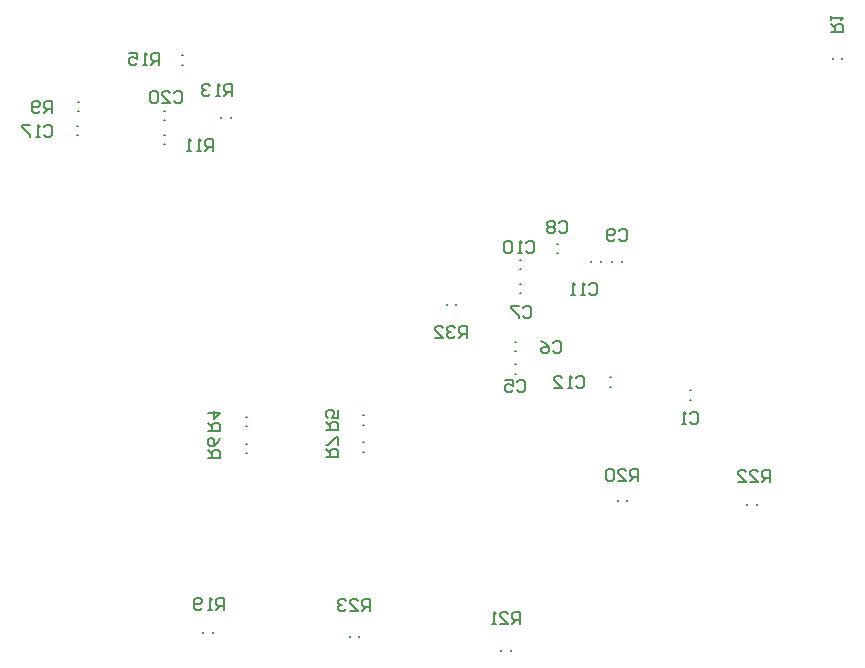
<source format=gbo>
G04*
G04 #@! TF.GenerationSoftware,Altium Limited,Altium Designer,18.1.7 (191)*
G04*
G04 Layer_Color=32896*
%FSLAX25Y25*%
%MOIN*%
G70*
G01*
G75*
%ADD14C,0.00787*%
%ADD16C,0.00700*%
D14*
X236496Y105303D02*
Y105697D01*
X233347Y105303D02*
Y105697D01*
X179378Y170494D02*
Y170888D01*
X176228Y170494D02*
Y170888D01*
X82060Y227266D02*
X82453D01*
X82060Y224116D02*
X82453D01*
X279575Y103953D02*
Y104347D01*
X276425Y103953D02*
Y104347D01*
X200803Y177589D02*
X201197D01*
X200803Y174440D02*
X201197D01*
X308075Y252453D02*
Y252847D01*
X304925Y252453D02*
Y252847D01*
X212935Y191007D02*
X213328D01*
X212935Y187857D02*
X213328D01*
X224425Y184803D02*
Y185197D01*
X227575Y184803D02*
Y185197D01*
X234575Y184803D02*
Y185197D01*
X231425Y184803D02*
Y185197D01*
X200803Y182439D02*
X201197D01*
X200803Y185589D02*
X201197D01*
X198933Y155116D02*
X199327D01*
X198933Y158266D02*
X199327D01*
X257303Y138925D02*
X257697D01*
X257303Y142075D02*
X257697D01*
X230653Y143266D02*
X231047D01*
X230653Y146416D02*
X231047D01*
X148488Y133798D02*
X148882D01*
X148488Y130648D02*
X148882D01*
X148488Y124766D02*
X148882D01*
X148488Y121616D02*
X148882D01*
X197624Y55266D02*
Y55660D01*
X194475Y55266D02*
Y55660D01*
X147075Y59803D02*
Y60197D01*
X143925Y59803D02*
Y60197D01*
X198933Y150766D02*
X199327D01*
X198933Y147617D02*
X199327D01*
X95117Y61303D02*
Y61697D01*
X98266Y61303D02*
Y61697D01*
X88060Y250617D02*
X88453D01*
X88060Y253766D02*
X88453D01*
X104331Y232754D02*
Y233148D01*
X101182Y232754D02*
Y233148D01*
X53303Y238266D02*
X53697D01*
X53303Y235117D02*
X53697D01*
X109303Y121120D02*
X109697D01*
X109303Y124270D02*
X109697D01*
X109303Y130116D02*
X109697D01*
X109303Y133266D02*
X109697D01*
X82060Y232117D02*
X82453D01*
X82060Y235266D02*
X82453D01*
X53060Y227116D02*
X53453D01*
X53060Y230266D02*
X53453D01*
D16*
X284000Y111500D02*
Y115499D01*
X282001D01*
X281334Y114832D01*
Y113499D01*
X282001Y112833D01*
X284000D01*
X282667D02*
X281334Y111500D01*
X277336D02*
X280001D01*
X277336Y114166D01*
Y114832D01*
X278002Y115499D01*
X279335D01*
X280001Y114832D01*
X273337Y111500D02*
X276003D01*
X273337Y114166D01*
Y114832D01*
X274003Y115499D01*
X275336D01*
X276003Y114832D01*
X183000Y159500D02*
Y163499D01*
X181001D01*
X180334Y162832D01*
Y161499D01*
X181001Y160833D01*
X183000D01*
X181667D02*
X180334Y159500D01*
X179001Y162832D02*
X178335Y163499D01*
X177002D01*
X176336Y162832D01*
Y162166D01*
X177002Y161499D01*
X177668D01*
X177002D01*
X176336Y160833D01*
Y160167D01*
X177002Y159500D01*
X178335D01*
X179001Y160167D01*
X172337Y159500D02*
X175003D01*
X172337Y162166D01*
Y162832D01*
X173003Y163499D01*
X174336D01*
X175003Y162832D01*
X44800Y234700D02*
Y238699D01*
X42801D01*
X42134Y238032D01*
Y236699D01*
X42801Y236033D01*
X44800D01*
X43467D02*
X42134Y234700D01*
X40801Y235366D02*
X40135Y234700D01*
X38802D01*
X38135Y235366D01*
Y238032D01*
X38802Y238699D01*
X40135D01*
X40801Y238032D01*
Y237366D01*
X40135Y236699D01*
X38135D01*
X240000Y112000D02*
Y115999D01*
X238001D01*
X237334Y115332D01*
Y113999D01*
X238001Y113333D01*
X240000D01*
X238667D02*
X237334Y112000D01*
X233335D02*
X236001D01*
X233335Y114666D01*
Y115332D01*
X234002Y115999D01*
X235335D01*
X236001Y115332D01*
X232003D02*
X231336Y115999D01*
X230003D01*
X229337Y115332D01*
Y112666D01*
X230003Y112000D01*
X231336D01*
X232003Y112666D01*
Y115332D01*
X102000Y69000D02*
Y72999D01*
X100001D01*
X99334Y72332D01*
Y70999D01*
X100001Y70333D01*
X102000D01*
X100667D02*
X99334Y69000D01*
X98001D02*
X96668D01*
X97335D01*
Y72999D01*
X98001Y72332D01*
X94669Y69666D02*
X94003Y69000D01*
X92670D01*
X92003Y69666D01*
Y72332D01*
X92670Y72999D01*
X94003D01*
X94669Y72332D01*
Y71666D01*
X94003Y70999D01*
X92003D01*
X150800Y68700D02*
Y72699D01*
X148801D01*
X148134Y72032D01*
Y70699D01*
X148801Y70033D01*
X150800D01*
X149467D02*
X148134Y68700D01*
X144135D02*
X146801D01*
X144135Y71366D01*
Y72032D01*
X144802Y72699D01*
X146135D01*
X146801Y72032D01*
X142803D02*
X142136Y72699D01*
X140803D01*
X140137Y72032D01*
Y71366D01*
X140803Y70699D01*
X141470D01*
X140803D01*
X140137Y70033D01*
Y69366D01*
X140803Y68700D01*
X142136D01*
X142803Y69366D01*
X200700Y64200D02*
Y68199D01*
X198701D01*
X198034Y67532D01*
Y66199D01*
X198701Y65533D01*
X200700D01*
X199367D02*
X198034Y64200D01*
X194035D02*
X196701D01*
X194035Y66866D01*
Y67532D01*
X194702Y68199D01*
X196035D01*
X196701Y67532D01*
X192703Y64200D02*
X191370D01*
X192036D01*
Y68199D01*
X192703Y67532D01*
X80500Y250500D02*
Y254499D01*
X78501D01*
X77834Y253832D01*
Y252499D01*
X78501Y251833D01*
X80500D01*
X79167D02*
X77834Y250500D01*
X76501D02*
X75168D01*
X75835D01*
Y254499D01*
X76501Y253832D01*
X70503Y254499D02*
X73169D01*
Y252499D01*
X71836Y253166D01*
X71170D01*
X70503Y252499D01*
Y251166D01*
X71170Y250500D01*
X72503D01*
X73169Y251166D01*
X104656Y240151D02*
Y244150D01*
X102657D01*
X101991Y243483D01*
Y242150D01*
X102657Y241484D01*
X104656D01*
X103323D02*
X101991Y240151D01*
X100658D02*
X99325D01*
X99991D01*
Y244150D01*
X100658Y243483D01*
X97325D02*
X96659Y244150D01*
X95326D01*
X94660Y243483D01*
Y242817D01*
X95326Y242150D01*
X95992D01*
X95326D01*
X94660Y241484D01*
Y240818D01*
X95326Y240151D01*
X96659D01*
X97325Y240818D01*
X98500Y222000D02*
Y225999D01*
X96501D01*
X95834Y225332D01*
Y223999D01*
X96501Y223333D01*
X98500D01*
X97167D02*
X95834Y222000D01*
X94501D02*
X93168D01*
X93835D01*
Y225999D01*
X94501Y225332D01*
X91169Y222000D02*
X89836D01*
X90503D01*
Y225999D01*
X91169Y225332D01*
X136000Y119900D02*
X139999D01*
Y121899D01*
X139332Y122566D01*
X137999D01*
X137333Y121899D01*
Y119900D01*
Y121233D02*
X136000Y122566D01*
X139999Y123899D02*
Y126565D01*
X139332D01*
X136667Y123899D01*
X136000D01*
X96800Y119400D02*
X100799D01*
Y121399D01*
X100132Y122066D01*
X98799D01*
X98133Y121399D01*
Y119400D01*
Y120733D02*
X96800Y122066D01*
X100799Y126065D02*
X100132Y124732D01*
X98799Y123399D01*
X97466D01*
X96800Y124065D01*
Y125398D01*
X97466Y126065D01*
X98133D01*
X98799Y125398D01*
Y123399D01*
X136000Y128900D02*
X139999D01*
Y130899D01*
X139332Y131566D01*
X137999D01*
X137333Y130899D01*
Y128900D01*
Y130233D02*
X136000Y131566D01*
X139999Y135564D02*
Y132899D01*
X137999D01*
X138666Y134232D01*
Y134898D01*
X137999Y135564D01*
X136667D01*
X136000Y134898D01*
Y133565D01*
X136667Y132899D01*
X96800Y128400D02*
X100799D01*
Y130399D01*
X100132Y131066D01*
X98799D01*
X98133Y130399D01*
Y128400D01*
Y129733D02*
X96800Y131066D01*
Y134398D02*
X100799D01*
X98799Y132399D01*
Y135064D01*
X304500Y261457D02*
X308499D01*
Y263456D01*
X307832Y264123D01*
X306499D01*
X305833Y263456D01*
Y261457D01*
Y262790D02*
X304500Y264123D01*
Y265455D02*
Y266788D01*
Y266122D01*
X308499D01*
X307832Y265455D01*
X85440Y241324D02*
X86107Y241990D01*
X87440D01*
X88106Y241324D01*
Y238658D01*
X87440Y237991D01*
X86107D01*
X85440Y238658D01*
X81441Y237991D02*
X84107D01*
X81441Y240657D01*
Y241324D01*
X82108Y241990D01*
X83441D01*
X84107Y241324D01*
X80109D02*
X79442Y241990D01*
X78109D01*
X77443Y241324D01*
Y238658D01*
X78109Y237991D01*
X79442D01*
X80109Y238658D01*
Y241324D01*
X41934Y230032D02*
X42601Y230699D01*
X43934D01*
X44600Y230032D01*
Y227366D01*
X43934Y226700D01*
X42601D01*
X41934Y227366D01*
X40601Y226700D02*
X39268D01*
X39935D01*
Y230699D01*
X40601Y230032D01*
X37269Y230699D02*
X34603D01*
Y230032D01*
X37269Y227366D01*
Y226700D01*
X219434Y146132D02*
X220101Y146799D01*
X221434D01*
X222100Y146132D01*
Y143466D01*
X221434Y142800D01*
X220101D01*
X219434Y143466D01*
X218101Y142800D02*
X216768D01*
X217435D01*
Y146799D01*
X218101Y146132D01*
X212103Y142800D02*
X214769D01*
X212103Y145466D01*
Y146132D01*
X212770Y146799D01*
X214103D01*
X214769Y146132D01*
X223834Y177332D02*
X224501Y177999D01*
X225834D01*
X226500Y177332D01*
Y174667D01*
X225834Y174000D01*
X224501D01*
X223834Y174667D01*
X222501Y174000D02*
X221168D01*
X221835D01*
Y177999D01*
X222501Y177332D01*
X219169Y174000D02*
X217836D01*
X218503D01*
Y177999D01*
X219169Y177332D01*
X202834Y191347D02*
X203501Y192013D01*
X204834D01*
X205500Y191347D01*
Y188681D01*
X204834Y188014D01*
X203501D01*
X202834Y188681D01*
X201501Y188014D02*
X200168D01*
X200835D01*
Y192013D01*
X201501Y191347D01*
X198169D02*
X197503Y192013D01*
X196170D01*
X195503Y191347D01*
Y188681D01*
X196170Y188014D01*
X197503D01*
X198169Y188681D01*
Y191347D01*
X233834Y195332D02*
X234501Y195999D01*
X235834D01*
X236500Y195332D01*
Y192666D01*
X235834Y192000D01*
X234501D01*
X233834Y192666D01*
X232501D02*
X231835Y192000D01*
X230502D01*
X229836Y192666D01*
Y195332D01*
X230502Y195999D01*
X231835D01*
X232501Y195332D01*
Y194666D01*
X231835Y193999D01*
X229836D01*
X213834Y197832D02*
X214501Y198499D01*
X215834D01*
X216500Y197832D01*
Y195167D01*
X215834Y194500D01*
X214501D01*
X213834Y195167D01*
X212501Y197832D02*
X211835Y198499D01*
X210502D01*
X209836Y197832D01*
Y197166D01*
X210502Y196499D01*
X209836Y195833D01*
Y195167D01*
X210502Y194500D01*
X211835D01*
X212501Y195167D01*
Y195833D01*
X211835Y196499D01*
X212501Y197166D01*
Y197832D01*
X211835Y196499D02*
X210502D01*
X201634Y169632D02*
X202301Y170299D01*
X203633D01*
X204300Y169632D01*
Y166966D01*
X203633Y166300D01*
X202301D01*
X201634Y166966D01*
X200301Y170299D02*
X197635D01*
Y169632D01*
X200301Y166966D01*
Y166300D01*
X211834Y158032D02*
X212501Y158699D01*
X213834D01*
X214500Y158032D01*
Y155367D01*
X213834Y154700D01*
X212501D01*
X211834Y155367D01*
X207836Y158699D02*
X209168Y158032D01*
X210501Y156699D01*
Y155367D01*
X209835Y154700D01*
X208502D01*
X207836Y155367D01*
Y156033D01*
X208502Y156699D01*
X210501D01*
X199834Y144832D02*
X200501Y145499D01*
X201834D01*
X202500Y144832D01*
Y142166D01*
X201834Y141500D01*
X200501D01*
X199834Y142166D01*
X195835Y145499D02*
X198501D01*
Y143499D01*
X197168Y144166D01*
X196502D01*
X195835Y143499D01*
Y142166D01*
X196502Y141500D01*
X197835D01*
X198501Y142166D01*
X257534Y134132D02*
X258201Y134799D01*
X259534D01*
X260200Y134132D01*
Y131466D01*
X259534Y130800D01*
X258201D01*
X257534Y131466D01*
X256201Y130800D02*
X254868D01*
X255535D01*
Y134799D01*
X256201Y134132D01*
M02*

</source>
